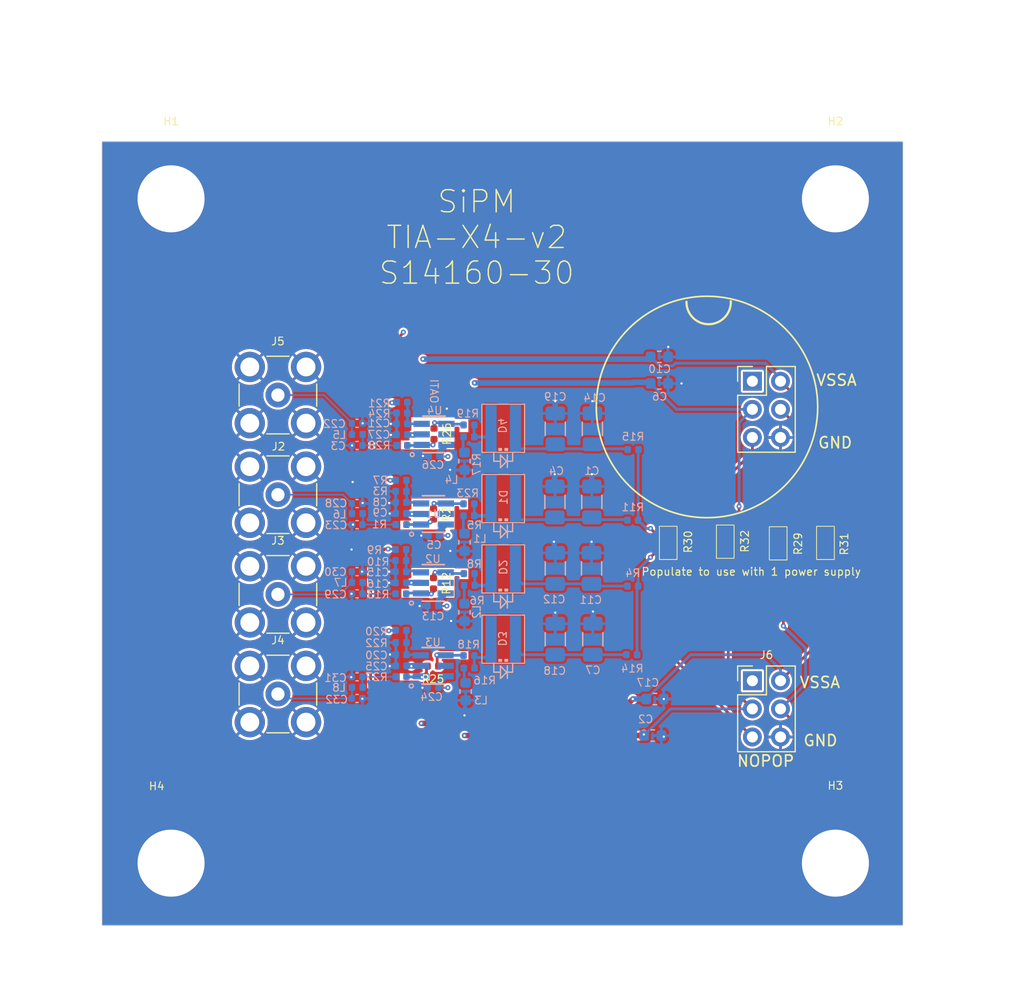
<source format=kicad_pcb>
(kicad_pcb (version 20221018) (generator pcbnew)
  (layers (0 "F.Cu" signal) (1 "In1.Cu" signal "PWR") (2 "In2.Cu" signal "GND") (31 "B.Cu" signal) (34 "B.Paste" user) (35 "F.Paste" user) (36 "B.SilkS" user "B.Silkscreen") (37 "F.SilkS" user "F.Silkscreen") (38 "B.Mask" user) (39 "F.Mask" user) (44 "Edge.Cuts" user))
  (net 0 "")
  (net 1 "GND")
  (net 2 "/VBiasFilt")
  (net 3 "Net-(C3-Pad1)")
  (net 4 "VDDA")
  (net 5 "VSSA")
  (net 6 "Net-(L1-Pad1)")
  (net 7 "/VBias")
  (net 8 "LINE")
  (net 9 "Net-(D3-K)")
  (net 10 "Net-(U1-+)")
  (net 11 "Net-(L2-Pad1)")
  (net 12 "Net-(D2-K)")
  (net 13 "Net-(D4-K)")
  (net 14 "Net-(U2-+)")
  (net 15 "Net-(U3-+)")
  (net 16 "Net-(L4-Pad1)")
  (net 17 "Net-(L3-Pad1)")
  (net 18 "Net-(U4-+)")
  (net 19 "Net-(J5-In)")
  (net 20 "Net-(C29-Pad1)")
  (net 21 "Net-(J2-In)")
  (net 22 "Net-(J3-In)")
  (net 23 "Net-(D1-A)")
  (net 24 "Net-(D2-A)")
  (net 25 "Net-(D3-A)")
  (net 26 "/OUT1")
  (net 27 "/OUT2")
  (net 28 "/OUT4")
  (net 29 "/OUT3")
  (net 30 "+5V")
  (net 31 "Net-(D4-A)")
  (net 32 "/VSSA2")
  (net 33 "/VDDA2")
  (net 34 "/LINE2")
  (net 35 "/VBias2")
  (net 36 "Net-(J4-In)")
  (net 38 "Net-(U1--)")
  (net 39 "Net-(U2--)")
  (net 40 "Net-(U3--)")
  (net 41 "Net-(U4--)")
  (net 42 "Net-(C23-Pad1)")
  (net 44 "Net-(C31-Pad1)")
  (footprint "footprints:PinHeader_2x03_P2.54mm_Vertical" (layer "F.Cu") (at 240 98.3)
    (fp_text reference "J1" hide)
    (fp_text value "SSQ-103-01-G-D" hide)
  )
  (footprint "footprints:R_0402_1005Metric" (layer "F.Cu") (at 211.2 110.29 -90)
    (fp_text reference "R2")
    (fp_text value "1.5k")
  )
  (footprint "Connector_Coaxial:SMB_Jack_Vertical" (layer "F.Cu") (at 197.15 108.55)
    (fp_text reference "J2")
    (fp_text value "Conn_Coaxial")
  )
  (footprint "MountingHole:MountingHole_6mm" (layer "F.Cu") (at 247.5 141.825)
    (fp_text reference "H3")
    (fp_text value "MountingHole")
  )
  (footprint "Connector_Coaxial:SMB_Jack_Vertical" (layer "F.Cu") (at 197.15 117.55)
    (fp_text reference "J3")
    (fp_text value "Conn_Coaxial")
  )
  (footprint "Connector_Coaxial:SMB_Jack_Vertical" (layer "F.Cu") (at 197.15 126.55)
    (fp_text reference "J4")
    (fp_text value "Conn_Coaxial")
  )
  (footprint "footprints:R_0402_1005Metric" (layer "F.Cu") (at 237.52 112.75 -90)
    (fp_text reference "R32")
    (fp_text value "JMP")
  )
  (footprint "MountingHole:MountingHole_6mm" (layer "F.Cu") (at 187.5 81.825)
    (fp_text reference "H1")
    (fp_text value "MountingHole")
  )
  (footprint "Connector_Coaxial:SMB_Jack_Vertical" (layer "F.Cu") (at 197.15 99.55)
    (fp_text reference "J5")
    (fp_text value "Conn_Coaxial")
  )
  (footprint "footprints:R_0402_1005Metric" (layer "F.Cu") (at 211.25 103.049999 -90)
    (fp_text reference "R26")
    (fp_text value "1.5k")
  )
  (footprint "footprints:R_0402_1005Metric" (layer "F.Cu") (at 242.33 112.98 -90)
    (fp_text reference "R29")
    (fp_text value "JMP")
  )
  (footprint "footprints:R_0402_1005Metric" (layer "F.Cu") (at 232.4 112.8 -90)
    (fp_text reference "R30")
    (fp_text value "JMP")
  )
  (footprint "footprints:R_0402_1005Metric" (layer "F.Cu") (at 211.15 124.03 180)
    (fp_text reference "R25")
    (fp_text value "1.5k")
  )
  (footprint "footprints:R_0402_1005Metric" (layer "F.Cu") (at 211.2 116.55 -90)
    (fp_text reference "R12")
    (fp_text value "1.5k")
  )
  (footprint "MountingHole:MountingHole_6mm" (layer "F.Cu") (at 187.5 141.825)
    (fp_text reference "H4")
    (fp_text value "MountingHole")
  )
  (footprint "MountingHole:MountingHole_6mm" (layer "F.Cu") (at 247.5 81.825)
    (fp_text reference "H2")
    (fp_text value "MountingHole")
  )
  (footprint "footprints:R_0402_1005Metric" (layer "F.Cu") (at 246.6 113 -90)
    (fp_text reference "R31")
    (fp_text value "JMP")
  )
  (footprint "footprints:PinHeader_2x03_P2.54mm_Vertical" (layer "F.Cu") (at 240 125.35)
    (fp_text reference "J6")
    (fp_text value "SSQ-103-01-G-D")
  )
  (footprint "Capacitor_SMD:C_1206_3216Metric" (layer "B.Cu") (at 225.5 109.2 90)
    (fp_text reference "C1")
    (fp_text value "1u")
  )
  (footprint "Capacitor_SMD:C_0402_1005Metric" (layer "B.Cu") (at 211.2218 112.242 180)
    (fp_text reference "C5")
    (fp_text value "1u")
  )
  (footprint "footprints:C_0603_1608Metric" (layer "B.Cu") (at 231.6 98.5)
    (fp_text reference "C6")
    (fp_text value "22u")
  )
  (footprint "Capacitor_SMD:C_0402_1005Metric" (layer "B.Cu") (at 208.2718 109.242 180)
    (fp_text reference "C8")
    (fp_text value "1u")
  )
  (footprint "footprints:C_0603_1608Metric" (layer "B.Cu") (at 231.6 96.1)
    (fp_text reference "C10")
    (fp_text value "22u")
  )
  (footprint "footprints:R_0402_1005Metric" (layer "B.Cu") (at 208.2718 108.242)
    (fp_text reference "R3")
    (fp_text value "68")
  )
  (footprint "footprints:R_0402_1005Metric" (layer "B.Cu") (at 229.2 110.85 180)
    (fp_text reference "R11")
    (fp_text value "10")
  )
  (footprint "footprints:R_0402_1005Metric" (layer "B.Cu") (at 214.4 109.375 180)
    (fp_text reference "R23")
    (fp_text value "30")
  )
  (footprint "footprints:L_0603_1608Metric" (layer "B.Cu") (at 214 112.85 -90)
    (fp_text reference "L1")
    (fp_text value "0.033uH" hide)
  )
  (footprint "footprints:R_0402_1005Metric" (layer "B.Cu") (at 208.2718 111.242 180)
    (fp_text reference "R1")
    (fp_text value "50")
  )
  (footprint "Capacitor_SMD:C_0402_1005Metric" (layer "B.Cu") (at 208.2718 110.242 180)
    (fp_text reference "C9")
    (fp_text value "1u")
  )
  (footprint "footprints:R_0402_1005Metric" (layer "B.Cu") (at 214.4 110.45)
    (fp_text reference "R5")
    (fp_text value "3.0")
  )
  (footprint "footprints:OPA847IDBVT" (layer "B.Cu") (at 211.2 110.29)
    (fp_text reference "U1")
    (fp_text value "OPA847IDBVT" hide)
  )
  (footprint "footprints:R_0402_1005Metric" (layer "B.Cu") (at 208.2718 107.242 180)
    (fp_text reference "R7")
    (fp_text value "5000")
  )
  (footprint "footprints:OPA847IDBVT" (layer "B.Cu") (at 211.17 124)
    (fp_text reference "U3")
    (fp_text value "OPA847IDBVT" hide)
  )
  (footprint "footprints:R_0402_1005Metric" (layer "B.Cu") (at 208.35 104.099999 180)
    (fp_text reference "R28")
    (fp_text value "50")
  )
  (footprint "Capacitor_SMD:C_1206_3216Metric" (layer "B.Cu") (at 222.2 102.6 90)
    (fp_text reference "C19")
    (fp_text value "1u")
  )
  (footprint "Capacitor_SMD:C_0402_1005Metric" (layer "B.Cu") (at 211.25 105.049999 180)
    (fp_text reference "C26")
    (fp_text value "1u")
  )
  (footprint "footprints:R_0402_1005Metric" (layer "B.Cu") (at 229.2 116.8 180)
    (fp_text reference "R4")
    (fp_text value "10")
  )
  (footprint "footprints:OPA847IDBVT" (layer "B.Cu") (at 211.183583 116.512237)
    (fp_text reference "U2")
    (fp_text value "OPA847IDBVT" hide)
  )
  (footprint "Capacitor_SMD:C_0402_1005Metric" (layer "B.Cu") (at 211.1666 125.95 180)
    (fp_text reference "C24")
    (fp_text value "1u")
  )
  (footprint "Capacitor_SMD:C_0402_1005Metric" (layer "B.Cu") (at 208.35 103.124999 180)
    (fp_text reference "C27")
    (fp_text value "1u")
  )
  (footprint "footprints:R_0402_1005Metric" (layer "B.Cu") (at 214.4 103.324999)
    (fp_text reference "R17")
    (fp_text value "3.0")
  )
  (footprint "Inductor_SMD:L_0402_1005Metric" (layer "B.Cu") (at 204.32 125.95 180)
    (fp_text reference "L8")
    (fp_text value "560nH")
  )
  (footprint "footprints:L_0603_1608Metric" (layer "B.Cu") (at 214.1 126.33 -90)
    (fp_text reference "L3")
    (fp_text value "0.033uH")
  )
  (footprint "Capacitor_SMD:C_0402_1005Metric" (layer "B.Cu") (at 204.3 102.1)
    (fp_text reference "C22")
    (fp_text value "120p")
  )
  (footprint "footprints:C_0603_1608Metric" (layer "B.Cu") (at 231 130.3)
    (fp_text reference "C2")
    (fp_text value "22u")
  )
  (footprint "footprints:R_0402_1005Metric" (layer "B.Cu") (at 208.27 124.98 180)
    (fp_text reference "R27")
    (fp_text value "50")
  )
  (footprint "footprints:R_0402_1005Metric" (layer "B.Cu") (at 214.4 123.08 180)
    (fp_text reference "R18")
    (fp_text value "30")
  )
  (footprint "Capacitor_SMD:C_1206_3216Metric" (layer "B.Cu") (at 225.59 121.6 90)
    (fp_text reference "C7")
    (fp_text value "1u")
  )
  (footprint "Capacitor_SMD:C_0402_1005Metric" (layer "B.Cu") (at 204.3 115.5)
    (fp_text reference "C30")
    (fp_text value "120p")
  )
  (footprint "footprints:R_0402_1005Metric" (layer "B.Cu") (at 214.443583 116.729737)
    (fp_text reference "R6")
    (fp_text value "3.0")
  )
  (footprint "Capacitor_SMD:C_1206_3216Metric" (layer "B.Cu") (at 225.55 102.6 90)
    (fp_text reference "C14")
    (fp_text value "1u")
  )
  (footprint "footprints:R_0402_1005Metric" (layer "B.Cu") (at 214.4 102.249999 180)
    (fp_text reference "R19")
    (fp_text value "30")
  )
  (footprint "footprints:R_0402_1005Metric" (layer "B.Cu") (at 229.1 123 180)
    (fp_text reference "R14")
    (fp_text value "10")
  )
  (footprint "footprints:R_0402_1005Metric" (layer "B.Cu") (at 208.25 113.5 180)
    (fp_text reference "R9")
    (fp_text value "5000")
  )
  (footprint "Capacitor_SMD:C_0402_1005Metric" (layer "B.Cu") (at 208.29 123 180)
    (fp_text reference "C20")
    (fp_text value "1u")
  )
  (footprint "footprints:R_0402_1005Metric" (layer "B.Cu") (at 208.27 120.8 180)
    (fp_text reference "R20")
    (fp_text value "5000")
  )
  (footprint "Capacitor_SMD:C_1206_3216Metric" (layer "B.Cu") (at 222.2 115.2 90)
    (fp_text reference "C12")
    (fp_text value "1u")
  )
  (footprint "footprints:S14160-30" (layer "B.Cu") (at 217.5 102.3 90)
    (fp_text reference "D4")
    (fp_text value "S14160-30")
  )
  (footprint "footprints:R_0402_1005Metric" (layer "B.Cu") (at 214.42 124.2)
    (fp_text reference "R16")
    (fp_text value "3.0")
  )
  (footprint "Capacitor_SMD:C_0402_1005Metric" (layer "B.Cu") (at 208.29 124 180)
    (fp_text reference "C25")
    (fp_text value "1u")
  )
  (footprint "footprints:R_0402_1005Metric" (layer "B.Cu") (at 229.225 104.475 180)
    (fp_text reference "R15")
    (fp_text value "10")
  )
  (footprint "footprints:S14160-30" (layer "B.Cu") (at 217.5 121.35 90)
    (fp_text reference "D3")
    (fp_text value "S14160-30")
  )
  (footprint "Capacitor_SMD:C_1206_3216Metric" (layer "B.Cu") (at 225.475583 115.2 90)
    (fp_text reference "C11")
    (fp_text value "1u")
  )
  (footprint "Capacitor_SMD:C_0402_1005Metric" (layer "B.Cu") (at 204.3 125 180)
    (fp_text reference "C31")
    (fp_text value "120pF")
  )
  (footprint "Capacitor_SMD:C_1206_3216Metric" (layer "B.Cu") (at 222.2 121.6 90)
    (fp_text reference "C18")
    (fp_text value "1u")
  )
  (footprint "Capacitor_SMD:C_0402_1005Metric" (layer "B.Cu") (at 204.3 104.1 180)
    (fp_text reference "C3")
    (fp_text value "120pF")
  )
  (footprint "Inductor_SMD:L_0402_1005Metric" (layer "B.Cu") (at 204.32 116.475 180)
    (fp_text reference "L7")
    (fp_text value "560nH")
  )
  (footprint "footprints:S14160-30" (layer "B.Cu") (at 217.5 108.65 90)
    (fp_text reference "D1")
    (fp_text value "S14160-30")
  )
  (footprint "footprints:L_0603_1608Metric" (layer "B.Cu") (at 214 105.524999 -90)
    (fp_text reference "L4")
    (fp_text value "0.033uH")
  )
  (footprint "Capacitor_SMD:C_0402_1005Metric" (layer "B.Cu") (at 208.35 102.149999 180)
    (fp_text reference "C21")
    (fp_text value "1u")
  )
  (footprint "footprints:R_0402_1005Metric" (layer "B.Cu") (at 208.35 100.199999 180)
    (fp_text reference "R21")
    (fp_text value "5000")
  )
  (footprint "footprints:R_0402_1005Metric" (layer "B.Cu") (at 208.27 121.9)
    (fp_text reference "R22")
    (fp_text value "68")
  )
  (footprint "Inductor_SMD:L_0402_1005Metric" (layer "B.Cu") (at 204.32 110.25 180)
    (fp_text reference "L6")
    (fp_text value "560nH")
  )
  (footprint "Inductor_SMD:L_0402_1005Metric" (layer "B.Cu") (at 204.32 103.1 180)
    (fp_text reference "L5")
    (fp_text value "560nH")
  )
  (footprint "Capacitor_SMD:C_0402_1005Metric" (layer "B.Cu") (at 208.25 115.5 180)
    (fp_text reference "C15")
    (fp_text value "1u")
  )
  (footprint "footprints:R_0402_1005Metric" (layer "B.Cu") (at 208.35 101.174999)
    (fp_text reference "R24")
    (fp_text value "68")
  )
  (footprint "footprints:C_0603_1608Metric" (layer "B.Cu") (at 231.2 127)
    (fp_text reference "C17")
    (fp_text value "22u")
  )
  (footprint "footprints:S14160-30" (layer "B.Cu") (at 217.5 115 90)
    (fp_text reference "D2")
    (fp_text value "S14160-30")
  )
  (footprint "Capacitor_SMD:C_0402_1005Metric" (layer "B.Cu") (at 208.25 116.5 180)
    (fp_text reference "C16")
    (fp_text value "1u")
  )
  (footprint "footprints:R_0402_1005Metric" (layer "B.Cu") (at 208.25 117.5 180)
    (fp_text reference "R13")
    (fp_text value "50")
  )
  (footprint "footprints:R_0402_1005Metric" (layer "B.Cu") (at 214.425 115.675 180)
    (fp_text reference "R8")
    (fp_text value "30")
  )
  (footprint "Capacitor_SMD:C_0402_1005Metric" (layer "B.Cu") (at 211.143583 118.579737 180)
    (fp_text reference "C13")
    (fp_text value "1u")
  )
  (footprint "footprints:R_0402_1005Metric" (layer "B.Cu") (at 208.25 114.5)
    (fp_text reference "R10")
    (fp_text value "68")
  )
  (footprint "footprints:L_0603_1608Metric" (layer "B.Cu") (at 214 119.175 -90)
    (fp_text reference "L2")
    (fp_text value "0.033uH")
  )
  (footprint "footprints:OPA847IDBVT" (layer "B.Cu") (at 211.25 103.1)
    (fp_text reference "U4")
    (fp_text value "OPA847IDBVT" hide)
  )
  (footprint "Capacitor_SMD:C_0402_1005Metric" (layer "B.Cu") (at 204.3 117.5 180)
    (fp_text reference "C29")
    (fp_text value "120pF")
  )
  (footprint "Capacitor_SMD:C_1206_3216Metric" (layer "B.Cu") (at 222.168 109.2 90)
    (fp_text reference "C4")
    (fp_text value "1u")
  )
  (footprint "Capacitor_SMD:C_0402_1005Metric" (layer "B.Cu") (at 204.3 111.25 180)
    (fp_text reference "C23")
    (fp_text value "120pF")
  )
  (footprint "Capacitor_SMD:C_0402_1005Metric" (layer "B.Cu") (at 204.3 126.95)
    (fp_text reference "C32")
    (fp_text value "120p")
  )
  (footprint "Capacitor_SMD:C_0402_1005Metric" (layer "B.Cu") (at 204.3 109.35)
    (fp_text reference "C28")
    (fp_text value "120p")
  )
  (gr_rect (start 241.53 111.44) (end 243.13 114.44) (stroke (width 0.0762)) (fill none) (layer "F.SilkS"))
  (gr_rect (start 236.75 111.29) (end 238.35 114.29) (stroke (width 0.0762)) (fill none) (layer "F.SilkS"))
  (gr_circle (center 235.9 100.625) (end 245.9 100.625) (stroke (width 0.15)) (fill none) (layer "F.SilkS"))
  (gr_arc (start 238.050193 91.073788) (mid 236.075 93.15) (end 234.048555 91.123788) (stroke (width 0.2)) (layer "F.SilkS"))
  (gr_rect (start 231.6 111.4) (end 233.2 114.4) (stroke (width 0.0762)) (fill none) (layer "F.SilkS"))
  (gr_rect (start 245.8 111.4) (end 247.4 114.4) (stroke (width 0.0762)) (fill none) (layer "F.SilkS"))
  (gr_rect (start 181.26 76.65) (end 253.6 147.45) (stroke (width 0.05)) (fill none) (layer "Edge.Cuts"))
  (gr_text "SiPM\nTIA-X4-v2\nS14160-30\n" (at 215.1 85.3) (layer "F.SilkS") (effects (font (size 2 2) (thickness 0.127))))
  (gr_text "GND" (at 246.15 130.75) (layer "F.SilkS") (effects (font (size 1 1))))
  (gr_text "VSSA" (at 246.1 125.5) (layer "F.SilkS") (effects (font (size 1 1))))
  (gr_text "Populate to use with 1 power supply" (at 239.9 115.5) (layer "F.SilkS") (effects (font (size 0.7 0.7) (thickness 0.1) bold)))
  (gr_text "GND" (at 247.475 103.85) (layer "F.SilkS") (effects (font (size 1 1))))
  (gr_text "NOPOP" (at 241.2 132.6) (layer "F.SilkS") (effects (font (size 1 1))))
  (gr_text "VSSA" (at 247.6 98.2) (layer "F.SilkS") (effects (font (size 1 1))))
  (via (at 204.75 115.5) (size 0.45) (drill 0.2) (layers "F.Cu" "B.Cu") (net 1))
  (via (at 207.2 109.3) (size 0.45) (drill 0.2) (layers "F.Cu" "B.Cu") (net 1))
  (via (at 203.9 107.4) (size 0.45) (drill 0.2) (layers "F.Cu" "B.Cu") (net 1))
  (via (at 212.796875 119.95) (size 0.45) (drill 0.2) (layers "F.Cu" "B.Cu") (net 1))
  (via (at 204.775 126.975) (size 0.45) (drill 0.2) (layers "F.Cu" "B.Cu") (net 1))
  (via (at 212.4 100.774999) (size 0.45) (drill 0.2) (layers "F.Cu" "B.Cu") (net 1))
  (via (at 203.85 104.1) (size 0.45) (drill 0.2) (layers "F.Cu" "B.Cu") (net 1))
  (via (at 204.8 102.1) (size 0.45) (drill 0.2) (layers "F.Cu" "B.Cu") (net 1))
  (via (at 222.2 119.2) (size 0.45) (drill 0.2) (layers "F.Cu" "B.Cu") (net 1))
  (via (at 203.93 111.25) (size 0.45) (drill 0.2) (layers "F.Cu" "B.Cu") (net 1))
  (via (at 210.2 125.98) (size 0.45) (drill 0.2) (layers "F.Cu" "B.Cu") (net 1))
  (via (at 232 130.4) (size 0.45) (drill 0.2) (layers "F.Cu" "B.Cu") (net 1))
  (via (at 210.1 112.24) (size 0.45) (drill 0.2) (layers "F.Cu" "B.Cu") (net 1))
  (via (at 203.775 125.025) (size 0.45) (drill 0.2) (layers "F.Cu" "B.Cu") (net 1))
  (via (at 207.2 116.5) (size 0.45) (drill 0.2) (layers "F.Cu" "B.Cu") (net 1))
  (via (at 222.2 100.1) (size 0.45) (drill 0.2) (layers "F.Cu" "B.Cu") (net 1))
  (via (at 212.7 106.3) (size 0.45) (drill 0.2) (layers "F.Cu" "B.Cu") (net 1))
  (via (at 207.25 124.03) (size 0.45) (drill 0.2) (layers "F.Cu" "B.Cu") (net 1))
  (via (at 212.71875 113.625) (size 0.45) (drill 0.2) (layers "F.Cu" "B.Cu") (net 1))
  (via (at 207.35 103.149999) (size 0.45) (drill 0.2) (layers "F.Cu" "B.Cu") (net 1))
  (via (at 209.95 118.6) (size 0.45) (drill 0.2) (layers "F.Cu" "B.Cu") (net 1))
  (via (at 232.4 95.2) (size 0.45) (drill 0.2) (layers "F.Cu" "B.Cu") (net 1))
  (via (at 204.8 109.3) (size 0.45) (drill 0.2) (layers "F.Cu" "B.Cu") (net 1))
  (via (at 207.2 115.5) (size 0.45) (drill 0.2) (layers "F.Cu" "B.Cu") (net 1))
  (via (at 207.35 102.149999) (size 0.45) (drill 0.2) (layers "F.Cu" "B.Cu") (net 1))
  (via (at 222.15 106.7) (size 0.45) (drill 0.2) (layers "F.Cu" "B.Cu") (net 1))
  (via (at 203.8 113.5) (size 0.45) (drill 0.2) (layers "F.Cu" "B.Cu") (net 1))
  (via (at 225.6 119.1) (size 0.45) (drill 0.2) (layers "F.Cu" "B.Cu") (net 1))
  (via (at 214 128.48) (size 0.45) (drill 0.2) (layers "F.Cu" "B.Cu") (net 1))
  (via (at 232 127) (size 0.45) (drill 0.2) (layers "F.Cu" "B.Cu") (net 1))
  (via (at 207.2716 122.98) (size 0.45) (drill 0.2) (layers "F.Cu" "B.Cu") (net 1))
  (via (at 203.8 117.5) (size 0.45) (drill 0.2) (layers "F.Cu" "B.Cu") (net 1))
  (via (at 225.55 100.1) (size 0.45) (drill 0.2) (layers "F.Cu" "B.Cu") (net 1))
  (via (at 222.075583 112.8) (size 0.45) (drill 0.2) (layers "F.Cu" "B.Cu") (net 1))
  (via (at 225.475583 112.8) (size 0.45) (drill 0.2) (layers "F.Cu" "B.Cu") (net 1))
  (via (at 207.25 110.25) (size 0.45) (drill 0.2) (layers "F.Cu" "B.Cu") (net 1))
  (via (at 225.5 106.7) (size 0.45) (drill 0.2) (layers "F.Cu" "B.Cu") (net 1))
  (via (at 210.25 105.049999) (size 0.45) (drill 0.2) (layers "F.Cu" "B.Cu") (net 1))
  (via (at 233.6 98.5) (size 0.45) (drill 0.2) (layers "F.Cu" "B.Cu") (net 1))
  (segment (start 212.69375 113.625) (end 213.90625 113.625) (width 0.25) (layer "B.Cu") (net 1))
  (segment (start 232.3875 96.1) (end 232.3875 95.2125) (width 0.25) (layer "B.Cu") (net 1))
  (segment (start 207.2 116.5) (end 207.7068 116.5) (width 0.5) (layer "B.Cu") (net 1))
  (segment (start 225.5 106.7) (end 225.5 107.4068) (width 0.5) (layer "B.Cu") (net 1))
  (segment (start 207.8368 109.242) (end 207.298 109.242) (width 0.25) (layer "B.Cu") (net 1))
  (segment (start 207.35 103.149999) (end 207.3665 103.166499) (width 0.5) (layer "B.Cu") (net 1))
  (segment (start 225.6 119.1) (end 225.6 119.8068) (width 0.5) (layer "B.Cu") (net 1))
  (segment (start 212.846875 120) (end 213.753125 120) (width 0.25) (layer "B.Cu") (net 1))
  (segment (start 222.1 112.7) (end 222.1 113.4068) (width 0.5) (layer "B.Cu") (net 1))
  (segment (start 207.758583 114.429737) (end 207.758583 115.409737) (width 0.25) (layer "B.Cu") (net 1))
  (segment (start 232.3875 95.2125) (end 232.4 95.2) (width 0.25) (layer "B.Cu") (net 1))
  (segment (start 207.7868 108.242) (end 207.7868 109.222) (width 0.25) (layer "B.Cu") (net 1))
  (segment (start 207.35 102.149999) (end 207.865 102.149999) (width 0.25) (layer "B.Cu") (net 1))
  (segment (start 214 127.12375) (end 214 128.33625) (width 0.25) (layer "B.Cu") (net 1))
  (segment (start 207.3665 103.166499) (end 207.8068 103.166499) (width 0.5) (layer "B.Cu") (net 1))
  (segment (start 210.1 112.24) (end 210.8068 112.24) (width 0.5) (layer "B.Cu") (net 1))
  (segment (start 209.95 118.6) (end 210.6568 118.6) (width 0.5) (layer "B.Cu") (net 1))
  (segment (start 207.2 115.5) (end 207.7068 115.5) (width 0.5) (layer "B.Cu") (net 1))
  (segment (start 222.2 100.1) (end 222.2 100.8068) (width 0.5) (layer "B.Cu") (net 1))
  (segment (start 210.25 105.049999) (end 210.2665 105.066499) (width 0.5) (layer "B.Cu") (net 1))
  (segment (start 222.2 119.2) (end 222.2 119.9068) (width 0.5) (layer "B.Cu") (net 1))
  (segment (start 207.2716 122.98) (end 207.8284 122.98) (width 0.5) (layer "B.Cu") (net 1))
  (segment (start 225.55 100.1) (end 225.55 100.8068) (width 0.5) (layer "B.Cu") (net 1))
  (segment (start 207.298 109.242) (end 207.25 109.29) (width 0.25) (layer "B.Cu") (net 1))
  (segment (start 233.6 98.5) (end 232.3875 98.5) (width 0.25) (layer "B.Cu") (net 1))
  (segment (start 210.2665 105.066499) (end 210.8 105.066499) (width 0.5) (layer "B.Cu") (net 1))
  (segment (start 207.885 102.149999) (end 207.885 101.02) (width 0.25) (layer "B.Cu") (net 1))
  (segment (start 207.25 110.29) (end 207.8068 110.29) (width 0.5) (layer "B.Cu") (net 1))
  (segment (start 210.2 125.98) (end 210.7034 125.98) (width 0.5) (layer "B.Cu") (net 1))
  (segment (start 212.775 106.3) (end 213.9875 106.3) (width 0.25) (layer "B.Cu") (net 1))
  (segment (start 225.5 112.7) (end 225.5 113.4068) (width 0.5) (layer "B.Cu") (net 1))
  (segment (start 207.81 122.97) (end 207.81 121.925) (width 0.25) (layer "B.Cu") (net 1))
  (segment (start 207.25 124.03) (end 207.8068 124.03) (width 0.5) (layer "B.Cu") (net 1))
  (segment (start 222.15 106.7) (end 222.15 107.4068) (width 0.5) (layer "B.Cu") (net 1))
  (segment (start 218.785 110.8) (end 228.715 110.8) (width 0.25) (layer "B.Cu") (net 2))
  (segment (start 207.565 104.099999) (end 204.82 104.1) (width 0.15) (layer "B.Cu") (net 3))
  (segment (start 204.82 104.1) (end 204.82 103.115) (width 0.15) (layer "B.Cu") (net 3))
  (segment (start 237.52 112.265) (end 238.8 110.985) (width 0.25) (layer "F.Cu") (net 4))
  (segment (start 238.8 110.985) (end 238.8 109.6) (width 0.25) (layer "F.Cu") (net 4))
  (via (at 214.9 98.45) (size 0.45) (drill 0.2) (layers "F.Cu" "B.Cu") (net 4))
  (via (at 238.8 109.6) (size 0.45) (drill 0.2) (layers "F.Cu" "B.Cu") (net 4))
  (via (at 212.5 112.225) (size 0.45) (drill 0.2) (layers "F.Cu" "B.Cu") (net 4))
  (via (at 212.5 105.099999) (size 0.45) (drill 0.2) (layers "F.Cu" "B.Cu") (net 4))
  (segment (start 211.7068 111.850801) (end 212.3176 111.240001) (width 0.5) (layer "B.Cu") (net 4))
  (segment (start 238.8 102.04) (end 238.8 109.6) (width 0.25) (layer "B.Cu") (net 4))
  (segment (start 229.15 98.45) (end 214.9 98.45) (width 0.5) (layer "B.Cu") (net 4))
  (segment (start 230.8125 98.5) (end 233.1525 100.84) (width 0.25) (layer "B.Cu") (net 4))
  (segment (start 211.735 104.682601) (end 212.3676 104.050001) (width 0.5) (layer "B.Cu") (net 4))
  (segment (start 240 100.84) (end 238.8 102.04) (width 0.25) (layer "B.Cu") (net 4))
  (segment (start 211.7068 112.242) (end 211.7068 111.850801) (width 0.5) (layer "B.Cu") (net 4))
  (segment (start 211.735 105.049999) (end 211.735 104.682601) (width 0.5) (layer "B.Cu") (net 4))
  (segment (start 212.5 105.099999) (end 211.949423 105.099999) (width 0.2) (layer "B.Cu") (net 4))
  (segment (start 229.2 98.4) (end 230.7125 98.4) (width 0.5) (layer "B.Cu") (net 4))
  (segment (start 212.485 112.24) (end 211.849423 112.24) (width 0.2) (layer "B.Cu") (net 4))
  (segment (start 212.5 112.225) (end 212.485 112.24) (width 0.2) (layer "B.Cu") (net 4))
  (segment (start 233.1525 100.84) (end 240 100.84) (width 0.25) (layer "B.Cu") (net 4))
  (segment (start 211.8015 105.116499) (end 211.735 105.049999) (width 0.5) (layer "B.Cu") (net 4))
  (segment (start 246.6 112.515) (end 245.4 111.315) (width 0.25) (layer "F.Cu") (net 5))
  (segment (start 245.4 101.16) (end 242.54 98.3) (width 0.25) (layer "F.Cu") (net 5))
  (segment (start 245.4 111.315) (end 245.4 101.16) (width 0.25) (layer "F.Cu") (net 5))
  (via (at 209.25 110.29) (size 0.45) (drill 0.2) (layers "F.Cu" "B.Cu") (net 5))
  (via (at 209.3 103.166499) (size 0.45) (drill 0.2) (layers "F.Cu" "B.Cu") (net 5))
  (via (at 210.25 96.3) (size 0.45) (drill 0.2) (layers "F.Cu" "B.Cu") (net 5))
  (segment (start 233.056479 96.675) (end 232.831479 96.9) (width 0.25) (layer "B.Cu") (net 5))
  (segment (start 210.25 96.3) (end 230.6125 96.3) (width 0.5) (layer "B.Cu") (net 5))
  (segment (start 209.4665 103.149999) (end 209.5 103.116499) (width 0.5) (layer "B.Cu") (net 5))
  (segment (start 241.175 96.675) (end 233.056479 96.675) (width 0.25) (layer "B.Cu") (net 5))
  (segment (start 208.855 103.149999) (end 209.4665 103.149999) (width 0.5) (layer "B.Cu") (net 5))
  (segment (start 208.7768 110.29) (end 210.0824 110.29) (width 0.5) (layer "B.Cu") (net 5))
  (segment (start 232.831479 96.9) (end 231.6125 96.9) (width 0.25) (layer "B.Cu") (net 5))
  (segment (start 242.54 98.04) (end 241.175 96.675) (width 0.25) (layer "B.Cu") (net 5))
  (segment (start 231.6125 96.9) (end 230.8125 96.1) (width 0.25) (layer "B.Cu") (net 5))
  (segment (start 213.9 110.45) (end 213.9 112.0375) (width 0.25) (layer "B.Cu") (net 6))
  (segment (start 232.4 112.315) (end 231.515 112.315) (width 0.25) (layer "F.Cu") (net 7))
  (segment (start 240 104.715) (end 232.4 112.315) (width 0.25) (layer "F.Cu") (net 7))
  (segment (start 231.515 112.315) (end 230.8 111.6) (width 0.25) (layer "F.Cu") (net 7))
  (segment (start 240 103.38) (end 240 104.715) (width 0.25) (layer "F.Cu") (net 7))
  (via (at 230.8 111.6) (size 0.45) (drill 0.2) (layers "F.Cu" "B.Cu") (net 7))
  (segment (start 230.435 111.6) (end 229.685 110.85) (width 0.25) (layer "B.Cu") (net 7))
  (segment (start 230.8 111.6) (end 230.435 111.6) (width 0.25) (layer "B.Cu") (net 7))
  (segment (start 229.685 110.85) (end 229.685 104.5) (width 0.25) (layer "B.Cu") (net 7))
  (segment (start 207.25 107.2) (end 207.3 107.25) (width 0.25) (layer "F.Cu") (net 8))
  (segment (start 208.475 93.875) (end 208.475 93.925) (width 0.25) (layer "F.Cu") (net 8))
  (segment (start 244 102.3) (end 244 110.825) (width 0.25) (layer "F.Cu") (net 8))
  (segment (start 242.54 100.84) (end 244 102.3) (width 0.25) (layer "F.Cu") (net 8))
  (segment (start 205.625 107.2) (end 207.25 107.2) (width 0.25) (layer "F.Cu") (net 8))
  (segment (start 244 110.825) (end 242.33 112.495) (width 0.25) (layer "F.Cu") (net 8))
  (segment (start 207.45 100.249999) (end 205.7 100.249999) (width 0.25) (layer "F.Cu") (net 8))
  (segment (start 208.475 93.925) (end 205.625 96.775) (width 0.25) (layer "F.Cu") (net 8))
  (segment (start 205.625 96.775) (end 205.625 107.2) (width 0.25) (layer "F.Cu") (net 8))
  (via (at 207.45 100.249999) (size 0.45) (drill 0.2) (layers "F.Cu" "B.Cu") (net 8))
  (via (at 207.3 107.25) (size 0.45) (drill 0.2) (layers "F.Cu" "B.Cu") (net 8))
  (via (at 208.475 93.875) (size 0.45) (drill 0.2) (layers "F.Cu" "B.Cu") (net 8))
  (segment (start 207.7868 107.242) (end 207.152 107.242) (width 0.25) (layer "B.Cu") (net 8))
  (segment (start 207.45 100.249999) (end 207.65 100.049999) (width 0.25) (layer "B.Cu") (net 8))
  (segment (start 207.65 100.049999) (end 207.865 100.049999) (width 0.25) (layer "B.Cu") (net 8))
  (segment (start 228.615 123) (end 222.2 123) (width 0.25) (layer "B.Cu") (net 9))
  (segment (start 222.2 123) (end 219.2 123) (width 0.25) (layer "B.Cu") (net 9))
  (segment (start 219.2 123) (end 218.6 122.4) (width 0.25) (layer "B.Cu") (net 9))
  (segment (start 208.7768 109.242) (end 208.7768 107.262) (width 0.25) (layer "B.Cu") (net 10))
  (segment (start 208.7768 109.242) (end 209.984401 109.242) (width 0.25) (layer "B.Cu") (net 10))
  (segment (start 213.975 118.3625) (end 213.975 116.725) (width 0.25) (layer "B.Cu") (net 11))
  (segment (start 219.2 116.6) (end 222.2 116.6) (width 0.25) (layer "B.Cu") (net 12))
  (segment (start 218.6 116) (end 219.2 116.6) (width 0.25) (layer "B.Cu") (net 12))
  (segment (start 225.475583 116.6) (end 222.2 116.6) (width 0.25) (layer "B.Cu") (net 12))
  (segment (start 228.715 116.8) (end 225.675583 116.8) (width 0.25) (layer "B.Cu") (net 12))
  (segment (start 221.4 104.4) (end 219.1 104.4) (width 0.25) (layer "B.Cu") (net 13))
  (segment (start 228.715 104.4) (end 222.2 104.4) (width 0.25) (layer "B.Cu") (net 13))
  (segment (start 208.748583 115.429737) (end 209.933484 115.429737) (width 0.25) (layer "B.Cu") (net 14))
  (segment (start 208.728583 113.429737) (end 208.728583 115.409737) (width 0.25) (layer "B.Cu") (net 14))
  (segment (start 208.77 123) (end 210.002401 123) (width 0.25) (layer "B.Cu") (net 15))
  (segment (start 208.755 120.8) (end 208.755 122.985) (width 0.25) (layer "B.Cu") (net 15))
  (segment (start 213.875 103.324999) (end 213.875 104.687499) (width 0.25) (layer "B.Cu") (net 16))
  (segment (start 213.975 124.205) (end 213.975 125.5175) (width 0.25) (layer "B.Cu") (net 17))
  (segment (start 208.855 102.149999) (end 208.855 100.069999) (width 0.25) (layer "B.Cu") (net 18))
  (segment (start 210.1324 102.149999) (end 208.855 102.149999) (width 0.25) (layer "B.Cu") (net 18))
  (segment (start 201.31 99.55) (end 197.15 99.55) (width 0.15) (layer "B.Cu") (net 19))
  (segment (start 203.835 103.1) (end 203.835 102.125) (width 0.146812) (layer "B.Cu") (net 19))
  (segment (start 203.86 102.1) (end 201.31 99.55) (width 0.15) (layer "B.Cu") (net 19))
  (segment (start 204.78 117.5) (end 204.78 116.5) (width 0.15) (layer "B.Cu") (net 20))
  (segment (start 204.78 117.5) (end 207.765 117.5) (width 0.15) (layer "B.Cu") (net 20))
  (segment (start 203.02 108.55) (end 197.15 108.55) (width 0.15) (layer "B.Cu") (net 21))
  (segment (start 203.835 110.25) (end 203.835 109.365) (width 0.15) (layer "B.Cu") (net 21))
  (segment (start 203.82 109.35) (end 203.02 108.55) (width 0.15) (layer "B.Cu") (net 21))
  (segment (start 203.835 116.475) (end 203.835 115.515) (width 0.15) (layer "B.Cu") (net 22))
  (segment (start 203.835 116.475) (end 202.76 117.55) (width 0.15) (layer "B.Cu") (net 22))
  (segment (start 202.76 117.55) (end 197.15 117.55) (width 0.15) (layer "B.Cu") (net 22))
  (segment (start 214.885 110.45) (end 214.885 109.375) (width 0.25) (layer "B.Cu") (net 23))
  (segment (start 215.1175 110.45) (end 215.8825 110.45) (width 0.3) (layer "B.Cu") (net 23))
  (segment (start 214.928583 116.729737) (end 214.928583 115.693583) (width 0.25) (layer "B.Cu") (net 24))
  (segment (start 215.117495 116.746563) (end 215.882495 116.746563) (width 0.3) (layer "B.Cu") (net 24))
  (segment (start 214.885 124.17) (end 214.885 123.2) (width 0.25) (layer "B.Cu") (net 25))
  (segment (start 214.905 123.29) (end 214.885 123.27) (width 0.25) (layer "B.Cu") (net 25))
  (segment (start 215.1675 123.25) (end 215.9325 123.25) (width 0.3) (layer "B.Cu") (net 25))
  (via (at 210.9 111) (size 0.45) (drill 0.2) (layers "F.Cu" "B.Cu") (net 26))
  (segment (start 210.659999 111.240001) (end 210.9 111) (width 0.25) (layer "B.Cu") (net 26))
  (segment (start 208.7568 111.242) (end 210.080401 111.242) (width 0.25) (layer "B.Cu") (net 26))
  (segment (start 211.2 117.035) (end 211.2 117.3) (width 0.25) (layer "F.Cu") (net 27))
  (segment (start 211.2 117.3) (end 211 117.5) (width 0.25) (layer "F.Cu") (net 27))
  (via (at 211 117.5) (size 0.45) (drill 0.2) (layers "F.Cu" "B.Cu") (net 27))
  (segment (start 210.962238 117.462238) (end 211 117.5) (width 0.25) (layer "B.Cu") (net 27))
  (segment (start 210.065983 117.462238) (end 210.962238 117.462238) (width 0.25) (layer "B.Cu") (net 27))
  (segment (start 208.728583 117.429737) (end 210.033482 117.429737) (width 0.25) (layer "B.Cu") (net 27))
  (segment (start 210.15 125.03) (end 210.565 124.615) (width 0.25) (layer "F.Cu") (net 28))
  (segment (start 210.565 124.615) (end 210.565 124.03) (width 0.25) (layer "F.Cu") (net 28))
  (via (at 210.15 125.03) (size 0.45) (drill 0.2) (layers "F.Cu" "B.Cu") (net 28))
  (segment (start 208.755 125) (end 210.002401 125) (width 0.25) (layer "B.Cu") (net 28))
  (segment (start 211.25 103.949999) (end 211.15 104.049999) (width 0.25) (layer "F.Cu") (net 29))
  (segment (start 211.25 103.534999) (end 211.25 103.949999) (width 0.25) (layer "F.Cu") (net 29))
  (via (at 211.15 104.049999) (size 0.45) (drill 0.2) (layers "F.Cu" "B.Cu") (net 29))
  (segment (start 211.149998 104.050001) (end 211.15 104.049999) (width 0.25) (layer "B.Cu") (net 29))
  (segment (start 208.835 104.1) (end 210.082401 104.1) (width 0.25) (layer "B.Cu") (net 29))
  (segment (start 210.1324 104.050001) (end 211.149998 104.050001) (width 0.25) (layer "B.Cu") (net 29))
  (segment (start 214.885 102.794999) (end 214.885 103.324999) (width 0.25) (layer "B.Cu") (net 31))
  (segment (start 214.86 102.769999) (end 214.86 102.249999) (width 0.25) (layer "B.Cu") (net 31))
  (segment (start 214.885 102.794999) (end 214.86 102.769999) (width 0.25) (layer "B.Cu") (net 31))
  (segment (start 214.885 103.324999) (end 216.3335 103.324999) (width 0.3) (layer "B.Cu") (net 31))
  (segment (start 210.1 129.2) (end 227 129.2) (width 0.5) (layer "F.Cu") (net 32))
  (segment (start 246.6 113.485) (end 245.4 114.685) (width 0.25) (layer "F.Cu") (net 32))
  (segment (start 245.4 122.49) (end 242.54 125.35) (width 0.25) (layer "F.Cu") (net 32))
  (segment (start 245.4 114.685) (end 245.4 122.49) (width 0.25) (layer "F.Cu") (net 32))
  (segment (start 227 129.2) (end 229.2 127) (width 0.5) (layer "F.Cu") (net 32))
  (via (at 210.1 129.2) (size 0.45) (drill 0.2) (layers "F.Cu" "B.Cu") (net 32))
  (via (at 209.2 116.5) (size 0.45) (drill 0.2) (layers "F.Cu" "B.Cu") (net 32))
  (via (at 209.2 124.03) (size 0.45) (drill 0.2) (layers "F.Cu" "B.Cu") (net 32))
  (via (at 229.2 127) (size 0.45) (drill 0.2) (layers "F.Cu" "B.Cu") (net 32))
  (segment (start 230.4125 127) (end 229.2 127) (width 0.5) (layer "B.Cu") (net 32))
  (segment (start 208.77 124) (end 210.0524 124) (width 0.25) (layer "B.Cu") (net 32))
  (segment (start 234.4125 123) (end 241.2 123) (width 0.25) (layer "B.Cu") (net 32))
  (segment (start 210.033483 116.479737) (end 210.065983 116.512237) (width 0.5) (layer "B.Cu") (net 32))
  (segment (start 208.775 124) (end 209.45 124) (width 0.5) (layer "B.Cu") (net 32))
  (segment (start 241.2 123) (end 242.54 124.34) (width 0.25) (layer "B.Cu") (net 32))
  (segment (start 230.4125 127) (end 234.4125 123) (width 0.25) (layer "B.Cu") (net 32))
  (segment (start 208.748583 116.479737) (end 210.033483 116.479737) (width 0.5) (layer "B.Cu") (net 32))
  (segment (start 242.54 124.34) (end 242.54 125.35) (width 0.25) (layer "B.Cu") (net 32))
  (segment (start 214 130.3) (end 230.1 130.3) (width 0.5) (layer "F.Cu") (net 33))
  (segment (start 237.825 113.54) (end 237.52 113.235) (width 0.25) (layer "F.Cu") (net 33))
  (segment (start 240 127.89) (end 237.825 125.715) (width 0.25) (layer "F.Cu") (net 33))
  (segment (start 237.825 125.715) (end 237.825 113.54) (width 0.25) (layer "F.Cu") (net 33))
  (segment (start 230.1 130.3) (end 230.2 130.2) (width 0.25) (layer "F.Cu") (net 33))
  (via (at 214 130.3) (size 0.45) (drill 0.2) (layers "F.Cu" "B.Cu") (net 33))
  (via (at 230.2 130.2) (size 0.45) (drill 0.2) (layers "F.Cu" "B.Cu") (net 33))
  (via (at 212.4 118.6) (size 0.45) (drill 0.2) (layers "F.Cu" "B.Cu") (net 33))
  (via (at 212.5 125.98) (size 0.45) (drill 0.2) (layers "F.Cu" "B.Cu") (net 33))
  (segment (start 212.5 125.98) (end 211.899423 125.98) (width 0.2) (layer "B.Cu") (net 33))
  (segment (start 211.728801 125.508801) (end 212.2876 124.950001) (width 0.5) (layer "B.Cu") (net 33))
  (segment (start 211.655 126) (end 211.655 125.582601) (width 0.5) (layer "B.Cu") (net 33))
  (segment (start 211.628583 118.479737) (end 211.628583 118.134838) (width 0.5) (layer "B.Cu") (net 33))
  (segment (start 211.628583 118.134838) (end 211.731711 118.031711) (width 0.5) (layer "B.Cu") (net 33))
  (segment (start 211.731711 118.031711) (end 212.301183 117.462238) (width 0.5) (layer "B.Cu") (net 33))
  (segment (start 211.655 125.582601) (end 211.728801 125.508801) (width 0.5) (layer "B.Cu") (net 33))
  (segment (start 212.4 118.6) (end 211.748846 118.6) (width 0.2) (layer "B.Cu") (net 33))
  (segment (start 230.2125 130.2875) (end 232.61 127.89) (width 0.25) (layer "B.Cu") (net 33))
  (segment (start 232.61 127.89) (end 240 127.89) (width 0.25) (layer "B.Cu") (net 33))
  (segment (start 245.2 131.7) (end 245.2 130.55) (width 0.25) (layer "F.Cu") (net 34))
  (segment (start 207.165 120.83) (end 205.53 120.83) (width 0.25) (layer "F.Cu") (net 34))
  (segment (start 205.525 114.725) (end 205.525 120.825) (width 0.25) (layer "F.Cu") (net 34))
  (segment (start 245.2 130.55) (end 242.54 127.89) (width 0.25) (layer "F.Cu") (net 34))
  (segment (start 207.125 113.45) (end 206.8 113.45) (width 0.25) (layer "F.Cu") (net 34))
  (segment (start 205.53 120.83) (end 205.525 120.825) (width 0.25) (layer "F.Cu") (net 34))
  (segment (start 205.525 120.825) (end 205.525 125.85) (width 0.25) (layer "F.Cu") (net 34))
  (segment (start 213.275 133.6) (end 243.3 133.6) (width 0.25) (layer "F.Cu") (net 34))
  (segment (start 242.8 113.935) (end 242.8 120.4) (width 0.25) (layer "F.Cu") (net 34))
  (segment (start 243.3 133.6) (end 245.2 131.7) (width 0.25) (layer "F.Cu") (net 34))
  (segment (start 242.33 113.465) (end 242.8 113.935) (width 0.25) (layer "F.Cu") (net 34))
  (segment (start 206.8 113.45) (end 205.525 114.725) (width 0.25) (layer "F.Cu") (net 34))
  (segment (start 205.525 125.85) (end 213.275 133.6) (width 0.25) (layer "F.Cu") (net 34))
  (via (at 242.8 120.4) (size 0.45) (drill 0.2) (layers "F.Cu" "B.Cu") (net 34))
  (via (at 207.165 120.83) (size 0.45) (drill 0.2) (layers "F.Cu" "B.Cu") (net 34))
  (via (at 207.1 113.45) (size 0.45) (drill 0.2) (layers "F.Cu" "B.Cu") (net 34))
  (segment (start 242.8 120.4) (end 244.8 122.4) (width 0.25) (layer "B.Cu") (net 34))
  (segment (start 244.8 122.4) (end 244.8 125.63) (width 0.25) (layer "B.Cu") (net 34))
  (segment (start 207.195 120.8) (end 207.7 120.8) (width 0.25) (layer "B.Cu") (net 34))
  (segment (start 207.1 113.45) (end 207.73832 113.45) (width 0.25) (layer "B.Cu") (net 34))
  (segment (start 244.8 125.63) (end 242.54 127.89) (width 0.25) (layer "B.Cu") (net 34))
  (segment (start 232.4 113.285) (end 232.4 122.83) (width 0.25) (layer "F.Cu") (net 35))
  (segment (start 232.4 113.285) (end 231.715 113.285) (width 0.25) (layer "F.Cu") (net 35))
  (segment (start 232.4 122.83) (end 240 130.43) (width 0.25) (layer "F.Cu") (net 35))
  (segment (start 231.715 113.285) (end 230.8 114.2) (width 0.25) (layer "F.Cu") (net 35))
  (via (at 230.8 114.2) (size 0.45) (drill 0.2) (layers "F.Cu" "B.Cu") (net 35))
  (segment (start 230.8 114.2) (end 229.685 115.315) (width 0.25) (layer "B.Cu") (net 35))
  (segment (start 229.685 115.315) (end 229.685 116.8) (width 0.25) (layer "B.Cu") (net 35))
  (segment (start 229.585 123) (end 229.585 116.9) (width 0.25) (layer "B.Cu") (net 35))
  (segment (start 197.55 126.95) (end 203.795 126.95) (width 0.15) (layer "B.Cu") (net 36))
  (segment (start 203.835 125.95) (end 203.835 126.935) (width 0.15) (layer "B.Cu") (net 36))
  (segment (start 211.2 109.39) (end 211.25 109.34) (width 0.25) (layer "F.Cu") (net 38))
  (segment (start 211.2 109.805) (end 211.2 109.39) (width 0.25) (layer "F.Cu") (net 38))
  (via (at 211.25 109.34) (size 0.45) (drill 0.2) (layers "F.Cu" "B.Cu") (net 38))
  (segment (start 213.95 109.355) (end 212.332601 109.355) (width 0.25) (layer "B.Cu") (net 38))
  (segment (start 211.25 109.34) (end 212.3176 109.339999) (width 0.25) (layer "B.Cu") (net 38))
  (segment (start 211.2 115.712236) (end 211.35 115.562236) (width 0.25) (layer "F.Cu") (net 39))
  (segment (start 211.2 116.065) (end 211.2 115.712236) (width 0.25) (layer "F.Cu") (net 39))
  (via (at 211.35 115.562236) (size 0.45) (drill 0.2) (layers "F.Cu" "B.Cu") (net 39))
  (segment (start 213.943583 115.665) (end 212.403947 115.665) (width 0.25) (layer "B.Cu") (net 39))
  (segment (start 212.301183 115.562236) (end 211.35 115.562236) (width 0.25) (layer "B.Cu") (net 39))
  (segment (start 211.535 123.065) (end 211.5 123.03) (width 0.25) (layer "F.Cu") (net 40))
  (segment (start 211.535 124.03) (end 211.535 123.065) (width 0.25) (layer "F.Cu") (net 40))
  (via (at 211.5 123.03) (size 0.45) (drill 0.2) (layers "F.Cu" "B.Cu") (net 40))
  (segment (start 212.2876 123.049999) (end 213.804999 123.049999) (width 0.25) (layer "B.Cu") (net 40))
  (segment (start 211.25 102.099999) (end 211.3 102.049999) (width 0.25) (layer "F.Cu") (net 41))
  (segment (start 211.25 102.564999) (end 211.25 102.099999) (width 0.25) (layer "F.Cu") (net 41))
  (via (at 211.3 102.049999) (size 0.45) (drill 0.2) (layers "F.Cu" "B.Cu") (net 41))
  (segment (start 212.2676 102.049999) (end 211.3 102.049999) (width 0.25) (layer "B.Cu") (net 41))
  (segment (start 212.2826 102.174999) (end 213.95 102.174999) (width 0.25) (layer "B.Cu") (net 41))
  (segment (start 207.95 111.25) (end 204.6512 111.25) (width 0.15) (layer "B.Cu") (net 42))
  (segment (start 204.83 111.25) (end 204.83 110.305) (width 0.15) (layer "B.Cu") (net 42))
  (segment (start 207.765 125) (end 204.935 125) (width 0.15) (layer "B.Cu") (net 44))
  (segment (start 204.78 125) (end 204.78 125.925) (width 0.15) (layer "B.Cu") (net 44))
  (zone (net 0) (net_name "") (layers "F.Cu" "In1.Cu" "In2.Cu") (connect_pads (clearance 0)) (min_thickness 0.254)
    (keepout (tracks allowed) (vias allowed) (pads allowed) (copperpour not_allowed) (footprints allowed))
    (fill (thermal_gap 0.508) (thermal_bridge_width 0.508))
    (polygon (pts (xy 212 123.73) (xy 212 124.38) (xy 210.25 124.38) (xy 210.25 123.73)))
  )
  (zone (net 0) (net_name "") (layers "F.Cu" "In1.Cu" "In2.Cu" "B.Cu") (connect_pads (clearance 0)) (min_thickness 0.254)
    (keepout (tracks allowed) (vias allowed) (pads allowed) (copperpour not_allowed) (footprints allowed))
    (fill (thermal_gap 0.508) (thermal_bridge_width 0.508))
    (polygon (pts (xy 214.35 123.43) (xy 213.55 123.43) (xy 213.55 123.38) (xy 211.5 123.38) (xy 211.5 122.68) (xy 214.35 122.68)))
  )
  (zone (net 0) (net_name "") (layers "F.Cu" "In1.Cu" "In2.Cu" "B.Cu") (connect_pads (clearance 0)) (min_thickness 0.254)
    (keepout (tracks allowed) (vias allowed) (pads allowed) (copperpour not_allowed) (footprints allowed))
    (fill (thermal_gap 0.508) (thermal_bridge_width 0.508))
    (polygon (pts (xy 214.325 109.875) (xy 213.525 109.875) (xy 213.525 109.575) (xy 211.475 109.575) (xy 211.475 108.875) (xy 214.325 108.875)))
  )
  (zone (net 0) (net_name "") (layers "F.Cu" "In1.Cu" "In2.Cu" "B.Cu") (connect_pads (clearance 0)) (min_thickness 0.254)
    (keepout (tracks allowed) (vias allowed) (pads allowed) (copperpour not_allowed) (footprints allowed))
    (fill (thermal_gap 0.508) (thermal_bridge_width 0.508))
    (polygon (pts (xy 214.35 116.175) (xy 213.55 116.175) (xy 213.55 115.9) (xy 211.5 115.9) (xy 211.5 115.2) (xy 214.35 115.2)))
  )
  (zone (net 0) (net_name "") (layers "F.Cu" "In1.Cu" "In2.Cu" "B.Cu") (connect_pads (clearance 0)) (min_thickness 0.254)
    (keepout (tracks allowed) (vias allowed) (pads allowed) (copperpour not_allowed) (footprints allowed))
    (fill (thermal_gap 0.508) (thermal_bridge_width 0.508))
    (polygon (pts (xy 213.1 117.85) (xy 209.2 117.85) (xy 209.2 115.15) (xy 213.1 115.15)))
  )
  (zone (net 0) (net_name "") (layers "F.Cu" "In1.Cu" "In2.Cu" "B.Cu") (connect_pads (clearance 0)) (min_thickness 0.254)
    (keepout (tracks allowed) (vias allowed) (pads allowed) (copperpour not_allowed) (footprints allowed))
    (fill (thermal_gap 0.508) (thermal_bridge_width 0.508))
    (polygon (pts (xy 214.35 102.899999) (xy 213.55 102.899999) (xy 213.55 102.399999) (xy 211.5 102.399999) (xy 211.5 101.699999) (xy 214.35 101.699999)))
  )
  (zone (net 0) (net_name "") (layers "F.Cu" "In1.Cu" "In2.Cu" "B.Cu") (connect_pads (clearance 0)) (min_thickness 0.254)
    (keepout (tracks allowed) (vias allowed) (pads allowed) (copperpour not_allowed) (footprints allowed))
    (fill (thermal_gap 0.508) (thermal_bridge_width 0.508))
    (polygon (pts (xy 211.1 117.85) (xy 208.3 117.85) (xy 208.3 117.05) (xy 211.1 117.05)))
  )
  (zone (net 0) (net_name "") (layers "F.Cu" "In1.Cu" "In2.Cu" "B.Cu") (connect_pads (clearance 0)) (min_thickness 0.254)
    (keepout (tracks allowed) (vias allowed) (pads allowed) (copperpour not_allowed) (footprints allowed))
    (fill (thermal_gap 0.508) (thermal_bridge_width 0.508))
    (polygon (pts (xy 211 111.69) (xy 208.2 111.69) (xy 208.2 110.89) (xy 211 110.89)))
  )
  (zone (net 0) (net_name "") (layers "F.Cu" "In1.Cu" "In2.Cu" "B.Cu") (connect_pads (clearance 0)) (min_thickness 0.254)
    (keepout (tracks allowed) (vias allowed) (pads allowed) (copperpour not_allowed) (footprints allowed))
    (fill (thermal_gap 0.508) (thermal_bridge_width 0.508))
    (polygon (pts (xy 211.05 104.449999) (xy 208.25 104.449999) (xy 208.25 103.649999) (xy 211.05 103.649999)))
  )
  (zone (net 0) (net_name "") (layers "F.Cu" "In1.Cu" "In2.Cu" "B.Cu") (connect_pads (clearance 0)) (min_thickness 0.254)
    (keepout (tracks allowed) (vias allowed) (pads allowed) (copperpour not_allowed) (footprints allowed))
    (fill (thermal_gap 0.508) (thermal_bridge_width 0.508))
    (polygon (pts (xy 213.1 111.69) (xy 209.2 111.69) (xy 209.2 108.89) (xy 213.1 108.89)))
  )
  (zone (net 0) (net_name "") (layers "F.Cu" "In1.Cu" "In2.Cu" "B.Cu") (connect_pads (clearance 0)) (min_thickness 0.254)
    (keepout (tracks allowed) (vias allowed) (pads allowed) (copperpour not_allowed) (footprints allowed))
    (fill (thermal_gap 0.508) (thermal_bridge_width 0.508))
    (polygon (pts (xy 213.1 104.449999) (xy 209.2 104.449999) (xy 209.2 101.549999) (xy 213.1 101.549999)))
  )
  (zone (net 0) (net_name "") (layers "F.Cu" "In1.Cu" "In2.Cu" "B.Cu") (connect_pads (clearance 0)) (min_thickness 0.254)
    (keepout (tracks allowed) (vias allowed) (pads allowed) (copperpour not_allowed) (footprints allowed))
    (fill (thermal_gap 0.508) (thermal_bridge_width 0.508))
    (polygon (pts (xy 210.85 125.33) (xy 208.15 125.33) (xy 208.15 124.68) (xy 210.85 124.68)))
  )
  (zone (net 1) (net_name "GND") (layers "F&B.Cu") (connect_pads (clearance 0.2)) (min_thickness 0.2) (fill yes (thermal_gap 0.25) (thermal_bridge_width 0.25))
    (polygon (pts (xy 262.577318 152.479192) (xy 180.127993 152.240754) (xy 180.252756 63.869781) (xy 262.702081 63.908219)))
  )
  (zone (net 0) (net_name "") (layer "B.Cu") (connect_pads (clearance 0)) (min_thickness 0.254)
    (keepout (tracks allowed) (vias allowed) (pads allowed) (copperpour not_allowed) (footprints allowed))
    (fill (thermal_gap 0.508) (thermal_bridge_width 0.508))
    (polygon (pts (xy 219.425 117.425) (xy 215.575 117.425) (xy 215.575 113.075) (xy 219.425 113.075)))
  )
  (zone (net 0) (net_name "") (layer "B.Cu") (connect_pads (clearance 0)) (min_thickness 0.254)
    (keepout (tracks allowed) (vias allowed) (pads allowed) (copperpour not_allowed) (footprints allowed))
    (fill (thermal_gap 0.508) (thermal_bridge_width 0.508))
    (polygon (pts (xy 219.425 104.725) (xy 215.575 104.725) (xy 215.575 100.375) (xy 219.425 100.375)))
  )
  (zone (net 0) (net_name "") (layer "B.Cu") (connect_pads (clearance 0)) (min_thickness 0.254)
    (keepout (tracks allowed) (vias allowed) (pads allowed) (copperpour not_allowed) (footprints allowed))
    (fill (thermal_gap 0.508) (thermal_bridge_width 0.508))
    (polygon (pts (xy 219.425 111.075) (xy 215.575 111.075) (xy 215.575 106.725) (xy 219.425 106.725)))
  )
  (zone (net 0) (net_name "") (layer "B.Cu") (connect_pads (clearance 0)) (min_thickness 0.254)
    (keepout (tracks allowed) (vias allowed) (pads allowed) (copperpour not_allowed) (footprints allowed))
    (fill (thermal_gap 0.508) (thermal_bridge_width 0.508))
    (polygon (pts (xy 219.5 123.9) (xy 215.7 123.9) (xy 215.7 119.425) (xy 219.5 119.425)))
  )
)
</source>
